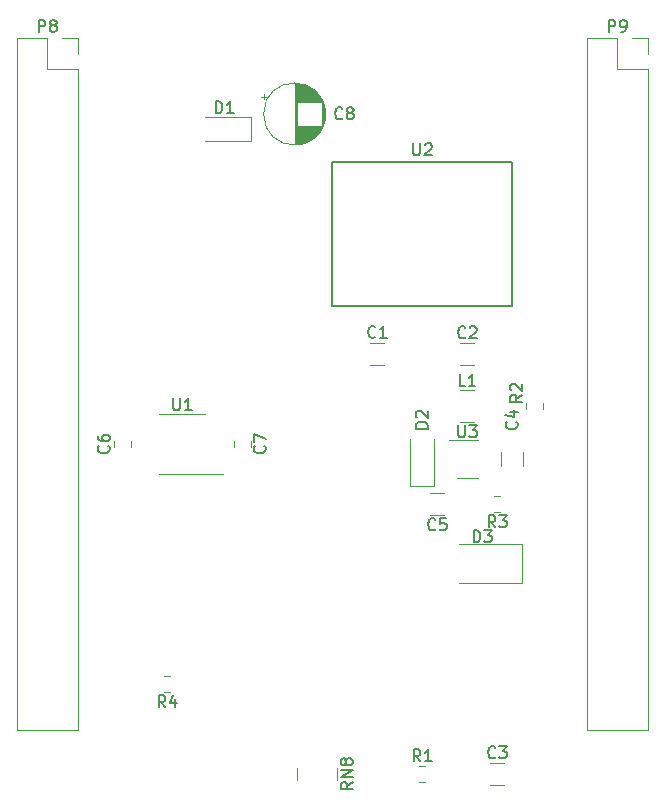
<source format=gbr>
G04 #@! TF.GenerationSoftware,KiCad,Pcbnew,5.1.5*
G04 #@! TF.CreationDate,2020-03-07T23:55:29+00:00*
G04 #@! TF.ProjectId,BB_Dash_Display,42425f44-6173-4685-9f44-6973706c6179,A3*
G04 #@! TF.SameCoordinates,PX43d3480PY41672a0*
G04 #@! TF.FileFunction,Legend,Top*
G04 #@! TF.FilePolarity,Positive*
%FSLAX46Y46*%
G04 Gerber Fmt 4.6, Leading zero omitted, Abs format (unit mm)*
G04 Created by KiCad (PCBNEW 5.1.5) date 2020-03-07 23:55:29*
%MOMM*%
%LPD*%
G04 APERTURE LIST*
%ADD10C,0.120000*%
%ADD11C,0.150000*%
G04 APERTURE END LIST*
D10*
X30890000Y-69080000D02*
X30890000Y-68080000D01*
X27530000Y-69080000D02*
X27530000Y-68080000D01*
X46580000Y-52450000D02*
X41180000Y-52450000D01*
X46580000Y-49150000D02*
X41180000Y-49150000D01*
X46580000Y-52450000D02*
X46580000Y-49150000D01*
X24730225Y-10975000D02*
X24730225Y-11475000D01*
X24480225Y-11225000D02*
X24980225Y-11225000D01*
X29886000Y-12416000D02*
X29886000Y-12984000D01*
X29846000Y-12182000D02*
X29846000Y-13218000D01*
X29806000Y-12023000D02*
X29806000Y-13377000D01*
X29766000Y-11895000D02*
X29766000Y-13505000D01*
X29726000Y-11785000D02*
X29726000Y-13615000D01*
X29686000Y-11689000D02*
X29686000Y-13711000D01*
X29646000Y-11602000D02*
X29646000Y-13798000D01*
X29606000Y-11522000D02*
X29606000Y-13878000D01*
X29566000Y-13740000D02*
X29566000Y-13951000D01*
X29566000Y-11449000D02*
X29566000Y-11660000D01*
X29526000Y-13740000D02*
X29526000Y-14019000D01*
X29526000Y-11381000D02*
X29526000Y-11660000D01*
X29486000Y-13740000D02*
X29486000Y-14083000D01*
X29486000Y-11317000D02*
X29486000Y-11660000D01*
X29446000Y-13740000D02*
X29446000Y-14143000D01*
X29446000Y-11257000D02*
X29446000Y-11660000D01*
X29406000Y-13740000D02*
X29406000Y-14200000D01*
X29406000Y-11200000D02*
X29406000Y-11660000D01*
X29366000Y-13740000D02*
X29366000Y-14254000D01*
X29366000Y-11146000D02*
X29366000Y-11660000D01*
X29326000Y-13740000D02*
X29326000Y-14305000D01*
X29326000Y-11095000D02*
X29326000Y-11660000D01*
X29286000Y-13740000D02*
X29286000Y-14353000D01*
X29286000Y-11047000D02*
X29286000Y-11660000D01*
X29246000Y-13740000D02*
X29246000Y-14399000D01*
X29246000Y-11001000D02*
X29246000Y-11660000D01*
X29206000Y-13740000D02*
X29206000Y-14443000D01*
X29206000Y-10957000D02*
X29206000Y-11660000D01*
X29166000Y-13740000D02*
X29166000Y-14485000D01*
X29166000Y-10915000D02*
X29166000Y-11660000D01*
X29126000Y-13740000D02*
X29126000Y-14526000D01*
X29126000Y-10874000D02*
X29126000Y-11660000D01*
X29086000Y-13740000D02*
X29086000Y-14564000D01*
X29086000Y-10836000D02*
X29086000Y-11660000D01*
X29046000Y-13740000D02*
X29046000Y-14601000D01*
X29046000Y-10799000D02*
X29046000Y-11660000D01*
X29006000Y-13740000D02*
X29006000Y-14637000D01*
X29006000Y-10763000D02*
X29006000Y-11660000D01*
X28966000Y-13740000D02*
X28966000Y-14671000D01*
X28966000Y-10729000D02*
X28966000Y-11660000D01*
X28926000Y-13740000D02*
X28926000Y-14704000D01*
X28926000Y-10696000D02*
X28926000Y-11660000D01*
X28886000Y-13740000D02*
X28886000Y-14735000D01*
X28886000Y-10665000D02*
X28886000Y-11660000D01*
X28846000Y-13740000D02*
X28846000Y-14765000D01*
X28846000Y-10635000D02*
X28846000Y-11660000D01*
X28806000Y-13740000D02*
X28806000Y-14795000D01*
X28806000Y-10605000D02*
X28806000Y-11660000D01*
X28766000Y-13740000D02*
X28766000Y-14822000D01*
X28766000Y-10578000D02*
X28766000Y-11660000D01*
X28726000Y-13740000D02*
X28726000Y-14849000D01*
X28726000Y-10551000D02*
X28726000Y-11660000D01*
X28686000Y-13740000D02*
X28686000Y-14875000D01*
X28686000Y-10525000D02*
X28686000Y-11660000D01*
X28646000Y-13740000D02*
X28646000Y-14900000D01*
X28646000Y-10500000D02*
X28646000Y-11660000D01*
X28606000Y-13740000D02*
X28606000Y-14924000D01*
X28606000Y-10476000D02*
X28606000Y-11660000D01*
X28566000Y-13740000D02*
X28566000Y-14947000D01*
X28566000Y-10453000D02*
X28566000Y-11660000D01*
X28526000Y-13740000D02*
X28526000Y-14968000D01*
X28526000Y-10432000D02*
X28526000Y-11660000D01*
X28486000Y-13740000D02*
X28486000Y-14990000D01*
X28486000Y-10410000D02*
X28486000Y-11660000D01*
X28446000Y-13740000D02*
X28446000Y-15010000D01*
X28446000Y-10390000D02*
X28446000Y-11660000D01*
X28406000Y-13740000D02*
X28406000Y-15029000D01*
X28406000Y-10371000D02*
X28406000Y-11660000D01*
X28366000Y-13740000D02*
X28366000Y-15048000D01*
X28366000Y-10352000D02*
X28366000Y-11660000D01*
X28326000Y-13740000D02*
X28326000Y-15065000D01*
X28326000Y-10335000D02*
X28326000Y-11660000D01*
X28286000Y-13740000D02*
X28286000Y-15082000D01*
X28286000Y-10318000D02*
X28286000Y-11660000D01*
X28246000Y-13740000D02*
X28246000Y-15098000D01*
X28246000Y-10302000D02*
X28246000Y-11660000D01*
X28206000Y-13740000D02*
X28206000Y-15114000D01*
X28206000Y-10286000D02*
X28206000Y-11660000D01*
X28166000Y-13740000D02*
X28166000Y-15128000D01*
X28166000Y-10272000D02*
X28166000Y-11660000D01*
X28126000Y-13740000D02*
X28126000Y-15142000D01*
X28126000Y-10258000D02*
X28126000Y-11660000D01*
X28086000Y-13740000D02*
X28086000Y-15155000D01*
X28086000Y-10245000D02*
X28086000Y-11660000D01*
X28046000Y-13740000D02*
X28046000Y-15168000D01*
X28046000Y-10232000D02*
X28046000Y-11660000D01*
X28006000Y-13740000D02*
X28006000Y-15180000D01*
X28006000Y-10220000D02*
X28006000Y-11660000D01*
X27965000Y-13740000D02*
X27965000Y-15191000D01*
X27965000Y-10209000D02*
X27965000Y-11660000D01*
X27925000Y-13740000D02*
X27925000Y-15201000D01*
X27925000Y-10199000D02*
X27925000Y-11660000D01*
X27885000Y-13740000D02*
X27885000Y-15211000D01*
X27885000Y-10189000D02*
X27885000Y-11660000D01*
X27845000Y-13740000D02*
X27845000Y-15220000D01*
X27845000Y-10180000D02*
X27845000Y-11660000D01*
X27805000Y-13740000D02*
X27805000Y-15228000D01*
X27805000Y-10172000D02*
X27805000Y-11660000D01*
X27765000Y-13740000D02*
X27765000Y-15236000D01*
X27765000Y-10164000D02*
X27765000Y-11660000D01*
X27725000Y-13740000D02*
X27725000Y-15243000D01*
X27725000Y-10157000D02*
X27725000Y-11660000D01*
X27685000Y-13740000D02*
X27685000Y-15250000D01*
X27685000Y-10150000D02*
X27685000Y-11660000D01*
X27645000Y-13740000D02*
X27645000Y-15256000D01*
X27645000Y-10144000D02*
X27645000Y-11660000D01*
X27605000Y-13740000D02*
X27605000Y-15261000D01*
X27605000Y-10139000D02*
X27605000Y-11660000D01*
X27565000Y-13740000D02*
X27565000Y-15265000D01*
X27565000Y-10135000D02*
X27565000Y-11660000D01*
X27525000Y-13740000D02*
X27525000Y-15269000D01*
X27525000Y-10131000D02*
X27525000Y-11660000D01*
X27485000Y-10127000D02*
X27485000Y-15273000D01*
X27445000Y-10124000D02*
X27445000Y-15276000D01*
X27405000Y-10122000D02*
X27405000Y-15278000D01*
X27365000Y-10121000D02*
X27365000Y-15279000D01*
X27325000Y-10120000D02*
X27325000Y-15280000D01*
X27285000Y-10120000D02*
X27285000Y-15280000D01*
X29905000Y-12700000D02*
G75*
G03X29905000Y-12700000I-2620000J0D01*
G01*
X22150000Y-40381422D02*
X22150000Y-40898578D01*
X23570000Y-40381422D02*
X23570000Y-40898578D01*
X11990000Y-40381422D02*
X11990000Y-40898578D01*
X13410000Y-40381422D02*
X13410000Y-40898578D01*
X8950000Y-6290000D02*
X7620000Y-6290000D01*
X8950000Y-7620000D02*
X8950000Y-6290000D01*
X6350000Y-6290000D02*
X3750000Y-6290000D01*
X6350000Y-8890000D02*
X6350000Y-6290000D01*
X8950000Y-8890000D02*
X6350000Y-8890000D01*
X3750000Y-6290000D02*
X3750000Y-64830000D01*
X8950000Y-8890000D02*
X8950000Y-64830000D01*
X8950000Y-64830000D02*
X3750000Y-64830000D01*
D11*
X45720000Y-28956000D02*
X45720000Y-16764000D01*
X30480000Y-28956000D02*
X45720000Y-28956000D01*
X30480000Y-16764000D02*
X30480000Y-28956000D01*
X30480000Y-28956000D02*
X45720000Y-28956000D01*
X30480000Y-16764000D02*
X45720000Y-16764000D01*
D10*
X42512064Y-36105000D02*
X41307936Y-36105000D01*
X42512064Y-38825000D02*
X41307936Y-38825000D01*
X16251422Y-61670000D02*
X16768578Y-61670000D01*
X16251422Y-60250000D02*
X16768578Y-60250000D01*
X38767936Y-46630000D02*
X39972064Y-46630000D01*
X38767936Y-44810000D02*
X39972064Y-44810000D01*
X44810000Y-41307936D02*
X44810000Y-42512064D01*
X46630000Y-41307936D02*
X46630000Y-42512064D01*
X43847936Y-69490000D02*
X45052064Y-69490000D01*
X43847936Y-67670000D02*
X45052064Y-67670000D01*
X42512064Y-32110000D02*
X41307936Y-32110000D01*
X42512064Y-33930000D02*
X41307936Y-33930000D01*
X33687936Y-33930000D02*
X34892064Y-33930000D01*
X33687936Y-32110000D02*
X34892064Y-32110000D01*
X42810000Y-40300000D02*
X40360000Y-40300000D01*
X41010000Y-43520000D02*
X42810000Y-43520000D01*
X17780000Y-43200000D02*
X21230000Y-43200000D01*
X17780000Y-43200000D02*
X15830000Y-43200000D01*
X17780000Y-38080000D02*
X19730000Y-38080000D01*
X17780000Y-38080000D02*
X15830000Y-38080000D01*
X44191422Y-46430000D02*
X44708578Y-46430000D01*
X44191422Y-45010000D02*
X44708578Y-45010000D01*
X48335000Y-37723578D02*
X48335000Y-37206422D01*
X46915000Y-37723578D02*
X46915000Y-37206422D01*
X37841422Y-69290000D02*
X38358578Y-69290000D01*
X37841422Y-67870000D02*
X38358578Y-67870000D01*
X57210000Y-6290000D02*
X55880000Y-6290000D01*
X57210000Y-7620000D02*
X57210000Y-6290000D01*
X54610000Y-6290000D02*
X52010000Y-6290000D01*
X54610000Y-8890000D02*
X54610000Y-6290000D01*
X57210000Y-8890000D02*
X54610000Y-8890000D01*
X52010000Y-6290000D02*
X52010000Y-64830000D01*
X57210000Y-8890000D02*
X57210000Y-64830000D01*
X57210000Y-64830000D02*
X52010000Y-64830000D01*
X37100000Y-44160000D02*
X37100000Y-40260000D01*
X39100000Y-44160000D02*
X39100000Y-40260000D01*
X37100000Y-44160000D02*
X39100000Y-44160000D01*
X23586000Y-14970000D02*
X19686000Y-14970000D01*
X23586000Y-12970000D02*
X19686000Y-12970000D01*
X23586000Y-14970000D02*
X23586000Y-12970000D01*
D11*
X32202380Y-69270476D02*
X31726190Y-69603809D01*
X32202380Y-69841904D02*
X31202380Y-69841904D01*
X31202380Y-69460952D01*
X31250000Y-69365714D01*
X31297619Y-69318095D01*
X31392857Y-69270476D01*
X31535714Y-69270476D01*
X31630952Y-69318095D01*
X31678571Y-69365714D01*
X31726190Y-69460952D01*
X31726190Y-69841904D01*
X32202380Y-68841904D02*
X31202380Y-68841904D01*
X32202380Y-68270476D01*
X31202380Y-68270476D01*
X31630952Y-67651428D02*
X31583333Y-67746666D01*
X31535714Y-67794285D01*
X31440476Y-67841904D01*
X31392857Y-67841904D01*
X31297619Y-67794285D01*
X31250000Y-67746666D01*
X31202380Y-67651428D01*
X31202380Y-67460952D01*
X31250000Y-67365714D01*
X31297619Y-67318095D01*
X31392857Y-67270476D01*
X31440476Y-67270476D01*
X31535714Y-67318095D01*
X31583333Y-67365714D01*
X31630952Y-67460952D01*
X31630952Y-67651428D01*
X31678571Y-67746666D01*
X31726190Y-67794285D01*
X31821428Y-67841904D01*
X32011904Y-67841904D01*
X32107142Y-67794285D01*
X32154761Y-67746666D01*
X32202380Y-67651428D01*
X32202380Y-67460952D01*
X32154761Y-67365714D01*
X32107142Y-67318095D01*
X32011904Y-67270476D01*
X31821428Y-67270476D01*
X31726190Y-67318095D01*
X31678571Y-67365714D01*
X31630952Y-67460952D01*
X42441904Y-48966380D02*
X42441904Y-47966380D01*
X42680000Y-47966380D01*
X42822857Y-48014000D01*
X42918095Y-48109238D01*
X42965714Y-48204476D01*
X43013333Y-48394952D01*
X43013333Y-48537809D01*
X42965714Y-48728285D01*
X42918095Y-48823523D01*
X42822857Y-48918761D01*
X42680000Y-48966380D01*
X42441904Y-48966380D01*
X43346666Y-47966380D02*
X43965714Y-47966380D01*
X43632380Y-48347333D01*
X43775238Y-48347333D01*
X43870476Y-48394952D01*
X43918095Y-48442571D01*
X43965714Y-48537809D01*
X43965714Y-48775904D01*
X43918095Y-48871142D01*
X43870476Y-48918761D01*
X43775238Y-48966380D01*
X43489523Y-48966380D01*
X43394285Y-48918761D01*
X43346666Y-48871142D01*
X31329333Y-13057142D02*
X31281714Y-13104761D01*
X31138857Y-13152380D01*
X31043619Y-13152380D01*
X30900761Y-13104761D01*
X30805523Y-13009523D01*
X30757904Y-12914285D01*
X30710285Y-12723809D01*
X30710285Y-12580952D01*
X30757904Y-12390476D01*
X30805523Y-12295238D01*
X30900761Y-12200000D01*
X31043619Y-12152380D01*
X31138857Y-12152380D01*
X31281714Y-12200000D01*
X31329333Y-12247619D01*
X31900761Y-12580952D02*
X31805523Y-12533333D01*
X31757904Y-12485714D01*
X31710285Y-12390476D01*
X31710285Y-12342857D01*
X31757904Y-12247619D01*
X31805523Y-12200000D01*
X31900761Y-12152380D01*
X32091238Y-12152380D01*
X32186476Y-12200000D01*
X32234095Y-12247619D01*
X32281714Y-12342857D01*
X32281714Y-12390476D01*
X32234095Y-12485714D01*
X32186476Y-12533333D01*
X32091238Y-12580952D01*
X31900761Y-12580952D01*
X31805523Y-12628571D01*
X31757904Y-12676190D01*
X31710285Y-12771428D01*
X31710285Y-12961904D01*
X31757904Y-13057142D01*
X31805523Y-13104761D01*
X31900761Y-13152380D01*
X32091238Y-13152380D01*
X32186476Y-13104761D01*
X32234095Y-13057142D01*
X32281714Y-12961904D01*
X32281714Y-12771428D01*
X32234095Y-12676190D01*
X32186476Y-12628571D01*
X32091238Y-12580952D01*
X24741142Y-40806666D02*
X24788761Y-40854285D01*
X24836380Y-40997142D01*
X24836380Y-41092380D01*
X24788761Y-41235238D01*
X24693523Y-41330476D01*
X24598285Y-41378095D01*
X24407809Y-41425714D01*
X24264952Y-41425714D01*
X24074476Y-41378095D01*
X23979238Y-41330476D01*
X23884000Y-41235238D01*
X23836380Y-41092380D01*
X23836380Y-40997142D01*
X23884000Y-40854285D01*
X23931619Y-40806666D01*
X23836380Y-40473333D02*
X23836380Y-39806666D01*
X24836380Y-40235238D01*
X11533142Y-40806666D02*
X11580761Y-40854285D01*
X11628380Y-40997142D01*
X11628380Y-41092380D01*
X11580761Y-41235238D01*
X11485523Y-41330476D01*
X11390285Y-41378095D01*
X11199809Y-41425714D01*
X11056952Y-41425714D01*
X10866476Y-41378095D01*
X10771238Y-41330476D01*
X10676000Y-41235238D01*
X10628380Y-41092380D01*
X10628380Y-40997142D01*
X10676000Y-40854285D01*
X10723619Y-40806666D01*
X10628380Y-39949523D02*
X10628380Y-40140000D01*
X10676000Y-40235238D01*
X10723619Y-40282857D01*
X10866476Y-40378095D01*
X11056952Y-40425714D01*
X11437904Y-40425714D01*
X11533142Y-40378095D01*
X11580761Y-40330476D01*
X11628380Y-40235238D01*
X11628380Y-40044761D01*
X11580761Y-39949523D01*
X11533142Y-39901904D01*
X11437904Y-39854285D01*
X11199809Y-39854285D01*
X11104571Y-39901904D01*
X11056952Y-39949523D01*
X11009333Y-40044761D01*
X11009333Y-40235238D01*
X11056952Y-40330476D01*
X11104571Y-40378095D01*
X11199809Y-40425714D01*
X5611904Y-5742380D02*
X5611904Y-4742380D01*
X5992857Y-4742380D01*
X6088095Y-4790000D01*
X6135714Y-4837619D01*
X6183333Y-4932857D01*
X6183333Y-5075714D01*
X6135714Y-5170952D01*
X6088095Y-5218571D01*
X5992857Y-5266190D01*
X5611904Y-5266190D01*
X6754761Y-5170952D02*
X6659523Y-5123333D01*
X6611904Y-5075714D01*
X6564285Y-4980476D01*
X6564285Y-4932857D01*
X6611904Y-4837619D01*
X6659523Y-4790000D01*
X6754761Y-4742380D01*
X6945238Y-4742380D01*
X7040476Y-4790000D01*
X7088095Y-4837619D01*
X7135714Y-4932857D01*
X7135714Y-4980476D01*
X7088095Y-5075714D01*
X7040476Y-5123333D01*
X6945238Y-5170952D01*
X6754761Y-5170952D01*
X6659523Y-5218571D01*
X6611904Y-5266190D01*
X6564285Y-5361428D01*
X6564285Y-5551904D01*
X6611904Y-5647142D01*
X6659523Y-5694761D01*
X6754761Y-5742380D01*
X6945238Y-5742380D01*
X7040476Y-5694761D01*
X7088095Y-5647142D01*
X7135714Y-5551904D01*
X7135714Y-5361428D01*
X7088095Y-5266190D01*
X7040476Y-5218571D01*
X6945238Y-5170952D01*
X37338095Y-15200380D02*
X37338095Y-16009904D01*
X37385714Y-16105142D01*
X37433333Y-16152761D01*
X37528571Y-16200380D01*
X37719047Y-16200380D01*
X37814285Y-16152761D01*
X37861904Y-16105142D01*
X37909523Y-16009904D01*
X37909523Y-15200380D01*
X38338095Y-15295619D02*
X38385714Y-15248000D01*
X38480952Y-15200380D01*
X38719047Y-15200380D01*
X38814285Y-15248000D01*
X38861904Y-15295619D01*
X38909523Y-15390857D01*
X38909523Y-15486095D01*
X38861904Y-15628952D01*
X38290476Y-16200380D01*
X38909523Y-16200380D01*
X41743333Y-35758380D02*
X41267142Y-35758380D01*
X41267142Y-34758380D01*
X42600476Y-35758380D02*
X42029047Y-35758380D01*
X42314761Y-35758380D02*
X42314761Y-34758380D01*
X42219523Y-34901238D01*
X42124285Y-34996476D01*
X42029047Y-35044095D01*
X16343333Y-62936380D02*
X16010000Y-62460190D01*
X15771904Y-62936380D02*
X15771904Y-61936380D01*
X16152857Y-61936380D01*
X16248095Y-61984000D01*
X16295714Y-62031619D01*
X16343333Y-62126857D01*
X16343333Y-62269714D01*
X16295714Y-62364952D01*
X16248095Y-62412571D01*
X16152857Y-62460190D01*
X15771904Y-62460190D01*
X17200476Y-62269714D02*
X17200476Y-62936380D01*
X16962380Y-61888761D02*
X16724285Y-62603047D01*
X17343333Y-62603047D01*
X39203333Y-47855142D02*
X39155714Y-47902761D01*
X39012857Y-47950380D01*
X38917619Y-47950380D01*
X38774761Y-47902761D01*
X38679523Y-47807523D01*
X38631904Y-47712285D01*
X38584285Y-47521809D01*
X38584285Y-47378952D01*
X38631904Y-47188476D01*
X38679523Y-47093238D01*
X38774761Y-46998000D01*
X38917619Y-46950380D01*
X39012857Y-46950380D01*
X39155714Y-46998000D01*
X39203333Y-47045619D01*
X40108095Y-46950380D02*
X39631904Y-46950380D01*
X39584285Y-47426571D01*
X39631904Y-47378952D01*
X39727142Y-47331333D01*
X39965238Y-47331333D01*
X40060476Y-47378952D01*
X40108095Y-47426571D01*
X40155714Y-47521809D01*
X40155714Y-47759904D01*
X40108095Y-47855142D01*
X40060476Y-47902761D01*
X39965238Y-47950380D01*
X39727142Y-47950380D01*
X39631904Y-47902761D01*
X39584285Y-47855142D01*
X46077142Y-38774666D02*
X46124761Y-38822285D01*
X46172380Y-38965142D01*
X46172380Y-39060380D01*
X46124761Y-39203238D01*
X46029523Y-39298476D01*
X45934285Y-39346095D01*
X45743809Y-39393714D01*
X45600952Y-39393714D01*
X45410476Y-39346095D01*
X45315238Y-39298476D01*
X45220000Y-39203238D01*
X45172380Y-39060380D01*
X45172380Y-38965142D01*
X45220000Y-38822285D01*
X45267619Y-38774666D01*
X45505714Y-37917523D02*
X46172380Y-37917523D01*
X45124761Y-38155619D02*
X45839047Y-38393714D01*
X45839047Y-37774666D01*
X44283333Y-67159142D02*
X44235714Y-67206761D01*
X44092857Y-67254380D01*
X43997619Y-67254380D01*
X43854761Y-67206761D01*
X43759523Y-67111523D01*
X43711904Y-67016285D01*
X43664285Y-66825809D01*
X43664285Y-66682952D01*
X43711904Y-66492476D01*
X43759523Y-66397238D01*
X43854761Y-66302000D01*
X43997619Y-66254380D01*
X44092857Y-66254380D01*
X44235714Y-66302000D01*
X44283333Y-66349619D01*
X44616666Y-66254380D02*
X45235714Y-66254380D01*
X44902380Y-66635333D01*
X45045238Y-66635333D01*
X45140476Y-66682952D01*
X45188095Y-66730571D01*
X45235714Y-66825809D01*
X45235714Y-67063904D01*
X45188095Y-67159142D01*
X45140476Y-67206761D01*
X45045238Y-67254380D01*
X44759523Y-67254380D01*
X44664285Y-67206761D01*
X44616666Y-67159142D01*
X41743333Y-31599142D02*
X41695714Y-31646761D01*
X41552857Y-31694380D01*
X41457619Y-31694380D01*
X41314761Y-31646761D01*
X41219523Y-31551523D01*
X41171904Y-31456285D01*
X41124285Y-31265809D01*
X41124285Y-31122952D01*
X41171904Y-30932476D01*
X41219523Y-30837238D01*
X41314761Y-30742000D01*
X41457619Y-30694380D01*
X41552857Y-30694380D01*
X41695714Y-30742000D01*
X41743333Y-30789619D01*
X42124285Y-30789619D02*
X42171904Y-30742000D01*
X42267142Y-30694380D01*
X42505238Y-30694380D01*
X42600476Y-30742000D01*
X42648095Y-30789619D01*
X42695714Y-30884857D01*
X42695714Y-30980095D01*
X42648095Y-31122952D01*
X42076666Y-31694380D01*
X42695714Y-31694380D01*
X34123333Y-31557142D02*
X34075714Y-31604761D01*
X33932857Y-31652380D01*
X33837619Y-31652380D01*
X33694761Y-31604761D01*
X33599523Y-31509523D01*
X33551904Y-31414285D01*
X33504285Y-31223809D01*
X33504285Y-31080952D01*
X33551904Y-30890476D01*
X33599523Y-30795238D01*
X33694761Y-30700000D01*
X33837619Y-30652380D01*
X33932857Y-30652380D01*
X34075714Y-30700000D01*
X34123333Y-30747619D01*
X35075714Y-31652380D02*
X34504285Y-31652380D01*
X34790000Y-31652380D02*
X34790000Y-30652380D01*
X34694761Y-30795238D01*
X34599523Y-30890476D01*
X34504285Y-30938095D01*
X41148095Y-39076380D02*
X41148095Y-39885904D01*
X41195714Y-39981142D01*
X41243333Y-40028761D01*
X41338571Y-40076380D01*
X41529047Y-40076380D01*
X41624285Y-40028761D01*
X41671904Y-39981142D01*
X41719523Y-39885904D01*
X41719523Y-39076380D01*
X42100476Y-39076380D02*
X42719523Y-39076380D01*
X42386190Y-39457333D01*
X42529047Y-39457333D01*
X42624285Y-39504952D01*
X42671904Y-39552571D01*
X42719523Y-39647809D01*
X42719523Y-39885904D01*
X42671904Y-39981142D01*
X42624285Y-40028761D01*
X42529047Y-40076380D01*
X42243333Y-40076380D01*
X42148095Y-40028761D01*
X42100476Y-39981142D01*
X17018095Y-36790380D02*
X17018095Y-37599904D01*
X17065714Y-37695142D01*
X17113333Y-37742761D01*
X17208571Y-37790380D01*
X17399047Y-37790380D01*
X17494285Y-37742761D01*
X17541904Y-37695142D01*
X17589523Y-37599904D01*
X17589523Y-36790380D01*
X18589523Y-37790380D02*
X18018095Y-37790380D01*
X18303809Y-37790380D02*
X18303809Y-36790380D01*
X18208571Y-36933238D01*
X18113333Y-37028476D01*
X18018095Y-37076095D01*
X44283333Y-47696380D02*
X43950000Y-47220190D01*
X43711904Y-47696380D02*
X43711904Y-46696380D01*
X44092857Y-46696380D01*
X44188095Y-46744000D01*
X44235714Y-46791619D01*
X44283333Y-46886857D01*
X44283333Y-47029714D01*
X44235714Y-47124952D01*
X44188095Y-47172571D01*
X44092857Y-47220190D01*
X43711904Y-47220190D01*
X44616666Y-46696380D02*
X45235714Y-46696380D01*
X44902380Y-47077333D01*
X45045238Y-47077333D01*
X45140476Y-47124952D01*
X45188095Y-47172571D01*
X45235714Y-47267809D01*
X45235714Y-47505904D01*
X45188095Y-47601142D01*
X45140476Y-47648761D01*
X45045238Y-47696380D01*
X44759523Y-47696380D01*
X44664285Y-47648761D01*
X44616666Y-47601142D01*
X46553380Y-36488666D02*
X46077190Y-36822000D01*
X46553380Y-37060095D02*
X45553380Y-37060095D01*
X45553380Y-36679142D01*
X45601000Y-36583904D01*
X45648619Y-36536285D01*
X45743857Y-36488666D01*
X45886714Y-36488666D01*
X45981952Y-36536285D01*
X46029571Y-36583904D01*
X46077190Y-36679142D01*
X46077190Y-37060095D01*
X45648619Y-36107714D02*
X45601000Y-36060095D01*
X45553380Y-35964857D01*
X45553380Y-35726761D01*
X45601000Y-35631523D01*
X45648619Y-35583904D01*
X45743857Y-35536285D01*
X45839095Y-35536285D01*
X45981952Y-35583904D01*
X46553380Y-36155333D01*
X46553380Y-35536285D01*
X37933333Y-67508380D02*
X37600000Y-67032190D01*
X37361904Y-67508380D02*
X37361904Y-66508380D01*
X37742857Y-66508380D01*
X37838095Y-66556000D01*
X37885714Y-66603619D01*
X37933333Y-66698857D01*
X37933333Y-66841714D01*
X37885714Y-66936952D01*
X37838095Y-66984571D01*
X37742857Y-67032190D01*
X37361904Y-67032190D01*
X38885714Y-67508380D02*
X38314285Y-67508380D01*
X38600000Y-67508380D02*
X38600000Y-66508380D01*
X38504761Y-66651238D01*
X38409523Y-66746476D01*
X38314285Y-66794095D01*
X53871904Y-5742380D02*
X53871904Y-4742380D01*
X54252857Y-4742380D01*
X54348095Y-4790000D01*
X54395714Y-4837619D01*
X54443333Y-4932857D01*
X54443333Y-5075714D01*
X54395714Y-5170952D01*
X54348095Y-5218571D01*
X54252857Y-5266190D01*
X53871904Y-5266190D01*
X54919523Y-5742380D02*
X55110000Y-5742380D01*
X55205238Y-5694761D01*
X55252857Y-5647142D01*
X55348095Y-5504285D01*
X55395714Y-5313809D01*
X55395714Y-4932857D01*
X55348095Y-4837619D01*
X55300476Y-4790000D01*
X55205238Y-4742380D01*
X55014761Y-4742380D01*
X54919523Y-4790000D01*
X54871904Y-4837619D01*
X54824285Y-4932857D01*
X54824285Y-5170952D01*
X54871904Y-5266190D01*
X54919523Y-5313809D01*
X55014761Y-5361428D01*
X55205238Y-5361428D01*
X55300476Y-5313809D01*
X55348095Y-5266190D01*
X55395714Y-5170952D01*
X38552380Y-39346095D02*
X37552380Y-39346095D01*
X37552380Y-39108000D01*
X37600000Y-38965142D01*
X37695238Y-38869904D01*
X37790476Y-38822285D01*
X37980952Y-38774666D01*
X38123809Y-38774666D01*
X38314285Y-38822285D01*
X38409523Y-38869904D01*
X38504761Y-38965142D01*
X38552380Y-39108000D01*
X38552380Y-39346095D01*
X37647619Y-38393714D02*
X37600000Y-38346095D01*
X37552380Y-38250857D01*
X37552380Y-38012761D01*
X37600000Y-37917523D01*
X37647619Y-37869904D01*
X37742857Y-37822285D01*
X37838095Y-37822285D01*
X37980952Y-37869904D01*
X38552380Y-38441333D01*
X38552380Y-37822285D01*
X20597904Y-12644380D02*
X20597904Y-11644380D01*
X20836000Y-11644380D01*
X20978857Y-11692000D01*
X21074095Y-11787238D01*
X21121714Y-11882476D01*
X21169333Y-12072952D01*
X21169333Y-12215809D01*
X21121714Y-12406285D01*
X21074095Y-12501523D01*
X20978857Y-12596761D01*
X20836000Y-12644380D01*
X20597904Y-12644380D01*
X22121714Y-12644380D02*
X21550285Y-12644380D01*
X21836000Y-12644380D02*
X21836000Y-11644380D01*
X21740761Y-11787238D01*
X21645523Y-11882476D01*
X21550285Y-11930095D01*
M02*

</source>
